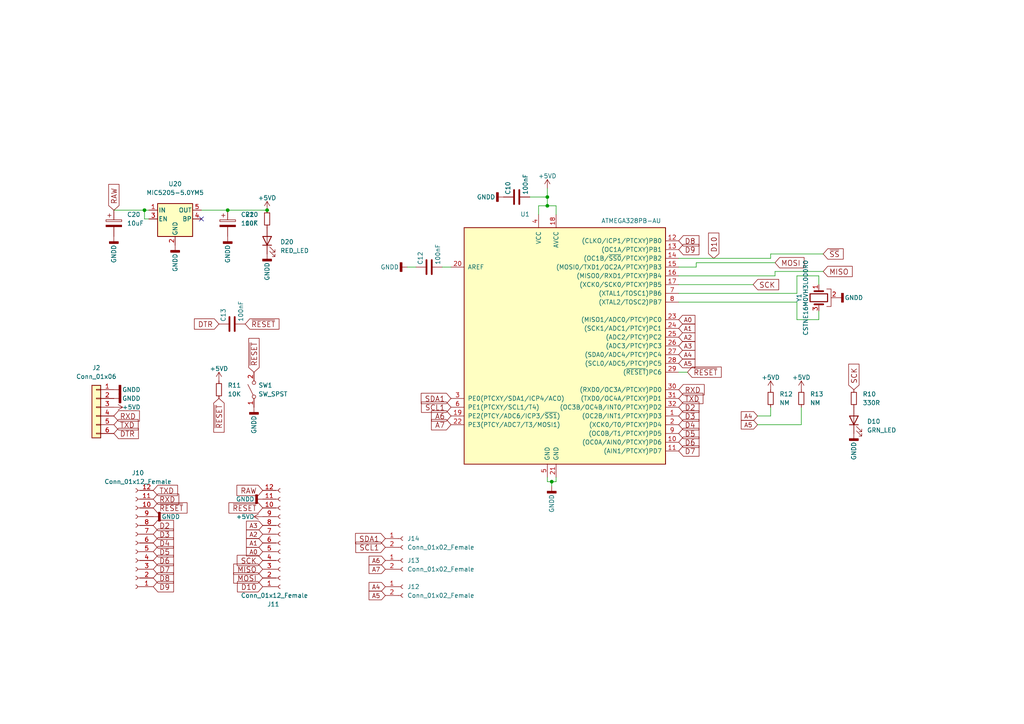
<source format=kicad_sch>
(kicad_sch (version 20211123) (generator eeschema)
  (paper "A4")
  (lib_symbols
    (symbol "Connector:Conn_01x02_Female" (pin_names (offset 1.016) hide)
      (property "Reference" "J" (at 0 2.54 0))
      (property "Value" "Conn_01x02_Female" (at 0 -5.08 0))
      (symbol "Conn_01x02_Female_1_1"
        (arc (start 0 -2.032) (mid -0.508 -2.54) (end 0 -3.048) (stroke (width 0.1524)))
        (polyline (pts (xy -1.27 -2.54) (xy -0.508 -2.54)) (stroke (width 0.1524)))
        (polyline (pts (xy -1.27 0) (xy -0.508 0)) (stroke (width 0.1524)))
        (arc (start 0 0.508) (mid -0.508 0) (end 0 -0.508) (stroke (width 0.1524)))
        (pin passive line (at -5.08 0 0) (length 3.81) (name "Pin_1") (number "1"))
        (pin passive line (at -5.08 -2.54 0) (length 3.81) (name "Pin_2") (number "2"))
      )
    )
    (symbol "Connector:Conn_01x12_Female" (pin_names (offset 1.016) hide)
      (property "Reference" "J" (at 0 15.24 0))
      (property "Value" "Conn_01x12_Female" (at 0 -17.78 0))
      (symbol "Conn_01x12_Female_1_1"
        (arc (start 0 -14.732) (mid -0.508 -15.24) (end 0 -15.748) (stroke (width 0.1524)))
        (arc (start 0 -12.192) (mid -0.508 -12.7) (end 0 -13.208) (stroke (width 0.1524)))
        (arc (start 0 -9.652) (mid -0.508 -10.16) (end 0 -10.668) (stroke (width 0.1524)))
        (arc (start 0 -7.112) (mid -0.508 -7.62) (end 0 -8.128) (stroke (width 0.1524)))
        (arc (start 0 -4.572) (mid -0.508 -5.08) (end 0 -5.588) (stroke (width 0.1524)))
        (arc (start 0 -2.032) (mid -0.508 -2.54) (end 0 -3.048) (stroke (width 0.1524)))
        (polyline (pts (xy -1.27 -15.24) (xy -0.508 -15.24)) (stroke (width 0.1524)))
        (polyline (pts (xy -1.27 -12.7) (xy -0.508 -12.7)) (stroke (width 0.1524)))
        (polyline (pts (xy -1.27 -10.16) (xy -0.508 -10.16)) (stroke (width 0.1524)))
        (polyline (pts (xy -1.27 -7.62) (xy -0.508 -7.62)) (stroke (width 0.1524)))
        (polyline (pts (xy -1.27 -5.08) (xy -0.508 -5.08)) (stroke (width 0.1524)))
        (polyline (pts (xy -1.27 -2.54) (xy -0.508 -2.54)) (stroke (width 0.1524)))
        (polyline (pts (xy -1.27 0) (xy -0.508 0)) (stroke (width 0.1524)))
        (polyline (pts (xy -1.27 2.54) (xy -0.508 2.54)) (stroke (width 0.1524)))
        (polyline (pts (xy -1.27 5.08) (xy -0.508 5.08)) (stroke (width 0.1524)))
        (polyline (pts (xy -1.27 7.62) (xy -0.508 7.62)) (stroke (width 0.1524)))
        (polyline (pts (xy -1.27 10.16) (xy -0.508 10.16)) (stroke (width 0.1524)))
        (polyline (pts (xy -1.27 12.7) (xy -0.508 12.7)) (stroke (width 0.1524)))
        (arc (start 0 0.508) (mid -0.508 0) (end 0 -0.508) (stroke (width 0.1524)))
        (arc (start 0 3.048) (mid -0.508 2.54) (end 0 2.032) (stroke (width 0.1524)))
        (arc (start 0 5.588) (mid -0.508 5.08) (end 0 4.572) (stroke (width 0.1524)))
        (arc (start 0 8.128) (mid -0.508 7.62) (end 0 7.112) (stroke (width 0.1524)))
        (arc (start 0 10.668) (mid -0.508 10.16) (end 0 9.652) (stroke (width 0.1524)))
        (arc (start 0 13.208) (mid -0.508 12.7) (end 0 12.192) (stroke (width 0.1524)))
        (pin passive line (at -5.08 12.7 0) (length 3.81) (name "Pin_1") (number "1"))
        (pin passive line (at -5.08 -10.16 0) (length 3.81) (name "Pin_10") (number "10"))
        (pin passive line (at -5.08 -12.7 0) (length 3.81) (name "Pin_11") (number "11"))
        (pin passive line (at -5.08 -15.24 0) (length 3.81) (name "Pin_12") (number "12"))
        (pin passive line (at -5.08 10.16 0) (length 3.81) (name "Pin_2") (number "2"))
        (pin passive line (at -5.08 7.62 0) (length 3.81) (name "Pin_3") (number "3"))
        (pin passive line (at -5.08 5.08 0) (length 3.81) (name "Pin_4") (number "4"))
        (pin passive line (at -5.08 2.54 0) (length 3.81) (name "Pin_5") (number "5"))
        (pin passive line (at -5.08 0 0) (length 3.81) (name "Pin_6") (number "6"))
        (pin passive line (at -5.08 -2.54 0) (length 3.81) (name "Pin_7") (number "7"))
        (pin passive line (at -5.08 -5.08 0) (length 3.81) (name "Pin_8") (number "8"))
        (pin passive line (at -5.08 -7.62 0) (length 3.81) (name "Pin_9") (number "9"))
      )
    )
    (symbol "Connector_Generic:Conn_01x06" (pin_names (offset 1.016) hide)
      (property "Reference" "J" (at 0 7.62 0))
      (property "Value" "Conn_01x06" (at 0 -10.16 0))
      (symbol "Conn_01x06_1_1"
        (rectangle (start -1.27 -7.493) (end 0 -7.747) (stroke (width 0.1524)))
        (rectangle (start -1.27 -4.953) (end 0 -5.207) (stroke (width 0.1524)))
        (rectangle (start -1.27 -2.413) (end 0 -2.667) (stroke (width 0.1524)))
        (rectangle (start -1.27 0.127) (end 0 -0.127) (stroke (width 0.1524)))
        (rectangle (start -1.27 2.667) (end 0 2.413) (stroke (width 0.1524)))
        (rectangle (start -1.27 5.207) (end 0 4.953) (stroke (width 0.1524)))
        (rectangle (start -1.27 6.35) (end 1.27 -8.89) (stroke (width 0.254)) (fill (type background)))
        (pin passive line (at -5.08 5.08 0) (length 3.81) (name "Pin_1") (number "1"))
        (pin passive line (at -5.08 2.54 0) (length 3.81) (name "Pin_2") (number "2"))
        (pin passive line (at -5.08 0 0) (length 3.81) (name "Pin_3") (number "3"))
        (pin passive line (at -5.08 -2.54 0) (length 3.81) (name "Pin_4") (number "4"))
        (pin passive line (at -5.08 -5.08 0) (length 3.81) (name "Pin_5") (number "5"))
        (pin passive line (at -5.08 -7.62 0) (length 3.81) (name "Pin_6") (number "6"))
      )
    )
    (symbol "Device:C_Polarized" (pin_numbers hide) (pin_names (offset 0.254))
      (property "Reference" "C" (at 0.635 2.54 0))
      (property "Value" "C_Polarized" (at 0.635 -2.54 0))
      (symbol "C_Polarized_0_1"
        (rectangle (start -2.286 0.508) (end 2.286 1.016))
        (polyline (pts (xy -1.778 2.286) (xy -0.762 2.286)))
        (polyline (pts (xy -1.27 2.794) (xy -1.27 1.778)))
        (rectangle (start 2.286 -0.508) (end -2.286 -1.016) (fill (type outline)))
      )
      (symbol "C_Polarized_1_1"
        (pin passive line (at 0 3.81 270) (length 2.794) (name "~") (number "1"))
        (pin passive line (at 0 -3.81 90) (length 2.794) (name "~") (number "2"))
      )
    )
    (symbol "Device:LED" (pin_numbers hide) (pin_names (offset 1.016) hide)
      (property "Reference" "D" (at 0 2.54 0))
      (property "Value" "LED" (at 0 -2.54 0))
      (symbol "LED_0_1"
        (polyline (pts (xy -1.27 -1.27) (xy -1.27 1.27)) (stroke (width 0.254)))
        (polyline (pts (xy -1.27 0) (xy 1.27 0)))
        (polyline (pts (xy 1.27 -1.27) (xy 1.27 1.27) (xy -1.27 0) (xy 1.27 -1.27)) (stroke (width 0.254)))
        (polyline (pts (xy -3.048 -0.762) (xy -4.572 -2.286) (xy -3.81 -2.286) (xy -4.572 -2.286) (xy -4.572 -1.524)))
        (polyline (pts (xy -1.778 -0.762) (xy -3.302 -2.286) (xy -2.54 -2.286) (xy -3.302 -2.286) (xy -3.302 -1.524)))
      )
      (symbol "LED_1_1"
        (pin passive line (at -3.81 0 0) (length 2.54) (name "K") (number "1"))
        (pin passive line (at 3.81 0 180) (length 2.54) (name "A") (number "2"))
      )
    )
    (symbol "Device:R_Small" (pin_numbers hide) (pin_names (offset 0.254) hide)
      (property "Reference" "R" (at 0.762 0.508 0))
      (property "Value" "R_Small" (at 0.762 -1.016 0))
      (symbol "R_Small_0_1"
        (rectangle (start -0.762 1.778) (end 0.762 -1.778) (stroke (width 0.2032)))
      )
      (symbol "R_Small_1_1"
        (pin passive line (at 0 2.54 270) (length 0.762) (name "~") (number "1"))
        (pin passive line (at 0 -2.54 90) (length 0.762) (name "~") (number "2"))
      )
    )
    (symbol "Regulator_Linear:MIC5205-5.0YM5" (pin_names (offset 0.254))
      (property "Reference" "U" (at -3.81 5.715 0))
      (property "Value" "MIC5205-5.0YM5" (at 0 5.715 0))
      (symbol "MIC5205-5.0YM5_0_1"
        (rectangle (start -5.08 4.445) (end 5.08 -5.08) (stroke (width 0.254)) (fill (type background)))
      )
      (symbol "MIC5205-5.0YM5_1_1"
        (pin power_in line (at -7.62 2.54 0) (length 2.54) (name "IN") (number "1"))
        (pin power_in line (at 0 -7.62 90) (length 2.54) (name "GND") (number "2"))
        (pin input line (at -7.62 0 0) (length 2.54) (name "EN") (number "3"))
        (pin input line (at 7.62 0 180) (length 2.54) (name "BP") (number "4"))
        (pin power_out line (at 7.62 2.54 180) (length 2.54) (name "OUT") (number "5"))
      )
    )
    (symbol "Switch:SW_SPST" (pin_names (offset 0) hide)
      (property "Reference" "SW" (at 0 3.175 0))
      (property "Value" "SW_SPST" (at 0 -2.54 0))
      (symbol "SW_SPST_0_0"
        (circle (center -2.032 0) (radius 0.508))
        (polyline (pts (xy -1.524 0.254) (xy 1.524 1.778)))
        (circle (center 2.032 0) (radius 0.508))
      )
      (symbol "SW_SPST_1_1"
        (pin passive line (at -5.08 0 0) (length 2.54) (name "A") (number "1"))
        (pin passive line (at 5.08 0 180) (length 2.54) (name "B") (number "2"))
      )
    )
    (symbol "bkm-129x-scart-vga-rescue:ATMEGA328PB-AU" (pin_names (offset 1.016))
      (property "Reference" "U" (at -10.16 37.465 0))
      (property "Value" "ATMEGA328PB-AU" (at -10.16 35.56 0))
      (symbol "ATMEGA328PB-AU_0_1"
        (rectangle (start -29.21 34.29) (end 29.21 -34.29) (stroke (width 0.254)) (fill (type background)))
      )
      (symbol "ATMEGA328PB-AU_1_1"
        (pin bidirectional line (at 33.02 -20.32 180) (length 3.81) (name "(OC2B/INT1/PTCXY)PD3") (number "1"))
        (pin bidirectional line (at 33.02 -27.94 180) (length 3.81) (name "(OC0A/AIN0/PTCXY)PD6") (number "10"))
        (pin bidirectional line (at 33.02 -30.48 180) (length 3.81) (name "(AIN1/PTCXY)PD7") (number "11"))
        (pin bidirectional line (at 33.02 30.48 180) (length 3.81) (name "(CLKO/ICP1/PTCXY)PB0") (number "12"))
        (pin bidirectional line (at 33.02 27.94 180) (length 3.81) (name "(OC1A/PTCXY)PB1") (number "13"))
        (pin bidirectional line (at 33.02 25.4 180) (length 3.81) (name "(OC1B/~{SS0}/PTCXY)PB2") (number "14"))
        (pin bidirectional line (at 33.02 22.86 180) (length 3.81) (name "(MOSI0/TXD1/OC2A/PTCXY)PB3") (number "15"))
        (pin bidirectional line (at 33.02 20.32 180) (length 3.81) (name "(MISO0/RXD1/PTCXY)PB4") (number "16"))
        (pin bidirectional line (at 33.02 17.78 180) (length 3.81) (name "(XCK0/SCK0/PTCXY)PB5") (number "17"))
        (pin power_in line (at -2.54 38.1 270) (length 3.81) (name "AVCC") (number "18"))
        (pin bidirectional line (at -33.02 -20.32 0) (length 3.81) (name "PE2(PTCY/ADC6/ICP3/~{SS1})") (number "19"))
        (pin bidirectional line (at 33.02 -22.86 180) (length 3.81) (name "(XCK0/T0/PTCXY)PD4") (number "2"))
        (pin bidirectional line (at -33.02 22.86 0) (length 3.81) (name "AREF") (number "20"))
        (pin power_in line (at -2.54 -38.1 90) (length 3.81) (name "GND") (number "21"))
        (pin bidirectional line (at -33.02 -22.86 0) (length 3.81) (name "PE3(PTCY/ADC7/T3/MOSI1)") (number "22"))
        (pin bidirectional line (at 33.02 7.62 180) (length 3.81) (name "(MISO1/ADC0/PTCY)PC0") (number "23"))
        (pin bidirectional line (at 33.02 5.08 180) (length 3.81) (name "(SCK1/ADC1/PTCY)PC1") (number "24"))
        (pin bidirectional line (at 33.02 2.54 180) (length 3.81) (name "(ADC2/PTCY)PC2") (number "25"))
        (pin bidirectional line (at 33.02 0 180) (length 3.81) (name "(ADC3/PTCY)PC3") (number "26"))
        (pin bidirectional line (at 33.02 -2.54 180) (length 3.81) (name "(SDA0/ADC4/PTCY)PC4") (number "27"))
        (pin bidirectional line (at 33.02 -5.08 180) (length 3.81) (name "(SCL0/ADC5/PTCY)PC5") (number "28"))
        (pin bidirectional line (at 33.02 -7.62 180) (length 3.81) (name "(~{RESET})PC6") (number "29"))
        (pin bidirectional line (at -33.02 -15.24 0) (length 3.81) (name "PE0(PTCXY/SDA1/ICP4/ACO)") (number "3"))
        (pin bidirectional line (at 33.02 -12.7 180) (length 3.81) (name "(RXD0/OC3A/PTCXY)PD0") (number "30"))
        (pin bidirectional line (at 33.02 -15.24 180) (length 3.81) (name "(TXD0/OC4A/PTCXY)PD1") (number "31"))
        (pin bidirectional line (at 33.02 -17.78 180) (length 3.81) (name "(OC3B/OC4B/INT0/PTCXY)PD2") (number "32"))
        (pin power_in line (at -7.62 38.1 270) (length 3.81) (name "VCC") (number "4"))
        (pin power_in line (at -5.08 -38.1 90) (length 3.81) (name "GND") (number "5"))
        (pin bidirectional line (at -33.02 -17.78 0) (length 3.81) (name "PE1(PTCXY/SCL1/T4)") (number "6"))
        (pin bidirectional line (at 33.02 15.24 180) (length 3.81) (name "(XTAL1/TOSC1)PB6") (number "7"))
        (pin bidirectional line (at 33.02 12.7 180) (length 3.81) (name "(XTAL2/TOSC2)PB7") (number "8"))
        (pin bidirectional line (at 33.02 -25.4 180) (length 3.81) (name "(OC0B/T1/PTCXY)PD5") (number "9"))
      )
    )
    (symbol "bkm-129x-scart-vga-rescue:C" (pin_numbers hide) (pin_names (offset 0.254))
      (property "Reference" "C" (at 0.635 2.54 0))
      (property "Value" "C" (at 0.635 -2.54 0))
      (symbol "C_0_1"
        (polyline (pts (xy -2.032 -0.762) (xy 2.032 -0.762)) (stroke (width 0.508)))
        (polyline (pts (xy -2.032 0.762) (xy 2.032 0.762)) (stroke (width 0.508)))
      )
      (symbol "C_1_1"
        (pin passive line (at 0 3.81 270) (length 2.794) (name "~") (number "1"))
        (pin passive line (at 0 -3.81 90) (length 2.794) (name "~") (number "2"))
      )
    )
    (symbol "bkm-129x-scart-vga-rescue:Crystal_GND2" (pin_names (offset 1.016) hide)
      (property "Reference" "Y" (at 0 5.715 0))
      (property "Value" "Crystal_GND2" (at 0 3.81 0))
      (symbol "Crystal_GND2_0_1"
        (rectangle (start -1.143 2.54) (end 1.143 -2.54) (stroke (width 0.3048)))
        (polyline (pts (xy -2.54 0) (xy -1.905 0)))
        (polyline (pts (xy -1.905 -1.27) (xy -1.905 1.27)) (stroke (width 0.508)))
        (polyline (pts (xy 0 -3.81) (xy 0 -3.556)))
        (polyline (pts (xy 1.905 0) (xy 2.54 0)))
        (polyline (pts (xy 1.905 1.27) (xy 1.905 -1.27)) (stroke (width 0.508)))
        (polyline (pts (xy -2.54 -2.286) (xy -2.54 -3.556) (xy 2.54 -3.556) (xy 2.54 -2.286)))
      )
      (symbol "Crystal_GND2_1_1"
        (pin passive line (at -3.81 0 0) (length 1.27) (name "1") (number "1"))
        (pin passive line (at 0 -5.08 90) (length 1.27) (name "2") (number "2"))
        (pin passive line (at 3.81 0 180) (length 1.27) (name "3") (number "3"))
      )
    )
    (symbol "power:+5VD" (power) (pin_names (offset 0))
      (property "Value" "+5VD" (at 0 3.556 0))
      (symbol "+5VD_0_1"
        (polyline (pts (xy -0.762 1.27) (xy 0 2.54)))
        (polyline (pts (xy 0 0) (xy 0 2.54)))
        (polyline (pts (xy 0 2.54) (xy 0.762 1.27)))
      )
      (symbol "+5VD_1_1"
        (pin power_in line (at 0 0 90) (length 0) hide (name "+5VD") (number "1"))
      )
    )
    (symbol "power:GNDD" (power) (pin_names (offset 0))
      (property "Value" "GNDD" (at 0 -3.175 0))
      (symbol "GNDD_0_1"
        (rectangle (start -1.27 -1.524) (end 1.27 -2.032) (stroke (width 0.254)) (fill (type outline)))
        (polyline (pts (xy 0 0) (xy 0 -1.524)))
      )
      (symbol "GNDD_1_1"
        (pin power_in line (at 0 0 270) (length 0) hide (name "GNDD") (number "1"))
      )
    )
  )
  (junction (at 41.91 60.96))
  (junction (at 158.75 59.69))
  (junction (at 66.04 60.96))
  (junction (at 158.75 57.15))
  (junction (at 77.47 60.96))
  (junction (at 160.02 139.7))
  (no_connect (at 58.42 63.5))
  (wire (pts (xy 161.29 139.7) (xy 161.29 138.43)))
  (wire (pts (xy 158.75 138.43) (xy 158.75 139.7)))
  (wire (pts (xy 223.52 74.93) (xy 223.52 73.66)))
  (wire (pts (xy 231.14 92.71) (xy 237.49 92.71)))
  (wire (pts (xy 156.21 59.69) (xy 158.75 59.69)))
  (wire (pts (xy 196.85 107.95) (xy 199.39 107.95)))
  (wire (pts (xy 237.49 80.01) (xy 237.49 82.55)))
  (wire (pts (xy 196.85 82.55) (xy 218.44 82.55)))
  (wire (pts (xy 223.52 120.65) (xy 223.52 118.11)))
  (wire (pts (xy 231.14 80.01) (xy 237.49 80.01)))
  (wire (pts (xy 201.93 76.2) (xy 224.79 76.2)))
  (wire (pts (xy 158.75 57.15) (xy 158.75 59.69)))
  (wire (pts (xy 196.85 85.09) (xy 231.14 85.09)))
  (wire (pts (xy 153.67 57.15) (xy 158.75 57.15)))
  (wire (pts (xy 224.79 78.74) (xy 238.76 78.74)))
  (wire (pts (xy 223.52 73.66) (xy 238.76 73.66)))
  (wire (pts (xy 231.14 87.63) (xy 231.14 92.71)))
  (wire (pts (xy 224.79 80.01) (xy 224.79 78.74)))
  (wire (pts (xy 201.93 77.47) (xy 201.93 76.2)))
  (wire (pts (xy 43.18 60.96) (xy 41.91 60.96)))
  (wire (pts (xy 196.85 77.47) (xy 201.93 77.47)))
  (wire (pts (xy 33.02 60.96) (xy 41.91 60.96)))
  (wire (pts (xy 58.42 60.96) (xy 66.04 60.96)))
  (wire (pts (xy 158.75 54.61) (xy 158.75 57.15)))
  (wire (pts (xy 158.75 139.7) (xy 160.02 139.7)))
  (wire (pts (xy 196.85 87.63) (xy 231.14 87.63)))
  (wire (pts (xy 41.91 60.96) (xy 41.91 63.5)))
  (wire (pts (xy 237.49 92.71) (xy 237.49 90.17)))
  (wire (pts (xy 156.21 62.23) (xy 156.21 59.69)))
  (wire (pts (xy 196.85 80.01) (xy 224.79 80.01)))
  (wire (pts (xy 196.85 74.93) (xy 223.52 74.93)))
  (wire (pts (xy 231.14 85.09) (xy 231.14 80.01)))
  (wire (pts (xy 160.02 139.7) (xy 160.02 140.97)))
  (wire (pts (xy 158.75 59.69) (xy 161.29 59.69)))
  (wire (pts (xy 160.02 139.7) (xy 161.29 139.7)))
  (wire (pts (xy 66.04 60.96) (xy 77.47 60.96)))
  (wire (pts (xy 128.27 77.47) (xy 130.81 77.47)))
  (wire (pts (xy 219.71 120.65) (xy 223.52 120.65)))
  (wire (pts (xy 161.29 59.69) (xy 161.29 62.23)))
  (wire (pts (xy 232.41 123.19) (xy 232.41 118.11)))
  (wire (pts (xy 118.11 77.47) (xy 120.65 77.47)))
  (wire (pts (xy 219.71 123.19) (xy 232.41 123.19)))
  (wire (pts (xy 41.91 63.5) (xy 43.18 63.5)))
  (global_label "SDA1" (shape input) (at 111.76 156.21 180) (effects (font (size 1.524 1.524))) (property "Intersheet References" "${INTERSHEET_REFS}" (effects hide)))
  (global_label "A4" (shape input) (at 196.85 102.87 0) (property "Intersheet References" "${INTERSHEET_REFS}" (effects hide)))
  (global_label "A7" (shape input) (at 111.76 165.1 180) (property "Intersheet References" "${INTERSHEET_REFS}" (effects hide)))
  (global_label "D9" (shape input) (at 196.85 72.39 0) (effects (font (size 1.524 1.524))) (property "Intersheet References" "${INTERSHEET_REFS}" (effects hide)))
  (global_label "D2" (shape input) (at 196.85 118.11 0) (effects (font (size 1.524 1.524))) (property "Intersheet References" "${INTERSHEET_REFS}" (effects hide)))
  (global_label "A4" (shape input) (at 111.76 170.18 180) (property "Intersheet References" "${INTERSHEET_REFS}" (effects hide)))
  (global_label "D4" (shape input) (at 44.45 157.48 0) (effects (font (size 1.524 1.524))) (property "Intersheet References" "${INTERSHEET_REFS}" (effects hide)))
  (global_label "A5" (shape input) (at 111.76 172.72 180) (property "Intersheet References" "${INTERSHEET_REFS}" (effects hide)))
  (global_label "SCK" (shape input) (at 76.2 162.56 180) (effects (font (size 1.524 1.524))) (property "Intersheet References" "${INTERSHEET_REFS}" (effects hide)))
  (global_label "A0" (shape input) (at 196.85 92.71 0) (property "Intersheet References" "${INTERSHEET_REFS}" (effects hide)))
  (global_label "A5" (shape input) (at 196.85 105.41 0) (property "Intersheet References" "${INTERSHEET_REFS}" (effects hide)))
  (global_label "A2" (shape input) (at 196.85 97.79 0) (property "Intersheet References" "${INTERSHEET_REFS}" (effects hide)))
  (global_label "MISO" (shape input) (at 76.2 165.1 180) (effects (font (size 1.524 1.524))) (property "Intersheet References" "${INTERSHEET_REFS}" (effects hide)))
  (global_label "A5" (shape input) (at 219.71 123.19 180) (property "Intersheet References" "${INTERSHEET_REFS}" (effects hide)))
  (global_label "~{RESET}" (shape input) (at 76.2 147.32 180) (effects (font (size 1.524 1.524))) (property "Intersheet References" "${INTERSHEET_REFS}" (effects hide)))
  (global_label "RAW" (shape input) (at 76.2 142.24 180) (effects (font (size 1.524 1.524))) (property "Intersheet References" "${INTERSHEET_REFS}" (effects hide)))
  (global_label "A1" (shape input) (at 76.2 157.48 180) (property "Intersheet References" "${INTERSHEET_REFS}" (effects hide)))
  (global_label "SCL1" (shape input) (at 130.81 118.11 180) (effects (font (size 1.524 1.524))) (property "Intersheet References" "${INTERSHEET_REFS}" (effects hide)))
  (global_label "~{RESET}" (shape input) (at 73.66 107.95 90) (effects (font (size 1.524 1.524))) (property "Intersheet References" "${INTERSHEET_REFS}" (effects hide)))
  (global_label "~{RESET}" (shape input) (at 71.12 93.98 0) (effects (font (size 1.524 1.524))) (property "Intersheet References" "${INTERSHEET_REFS}" (effects hide)))
  (global_label "DTR" (shape input) (at 63.5 93.98 180) (effects (font (size 1.524 1.524))) (property "Intersheet References" "${INTERSHEET_REFS}" (effects hide)))
  (global_label "D5" (shape input) (at 44.45 160.02 0) (effects (font (size 1.524 1.524))) (property "Intersheet References" "${INTERSHEET_REFS}" (effects hide)))
  (global_label "SCK" (shape input) (at 218.44 82.55 0) (effects (font (size 1.524 1.524))) (property "Intersheet References" "${INTERSHEET_REFS}" (effects hide)))
  (global_label "MOSI" (shape input) (at 76.2 167.64 180) (effects (font (size 1.524 1.524))) (property "Intersheet References" "${INTERSHEET_REFS}" (effects hide)))
  (global_label "SCL1" (shape input) (at 111.76 158.75 180) (effects (font (size 1.524 1.524))) (property "Intersheet References" "${INTERSHEET_REFS}" (effects hide)))
  (global_label "D8" (shape input) (at 44.45 167.64 0) (effects (font (size 1.524 1.524))) (property "Intersheet References" "${INTERSHEET_REFS}" (effects hide)))
  (global_label "D7" (shape input) (at 44.45 165.1 0) (effects (font (size 1.524 1.524))) (property "Intersheet References" "${INTERSHEET_REFS}" (effects hide)))
  (global_label "~{SS}" (shape input) (at 238.76 73.66 0) (effects (font (size 1.524 1.524))) (property "Intersheet References" "${INTERSHEET_REFS}" (effects hide)))
  (global_label "TXD" (shape input) (at 196.85 115.57 0) (effects (font (size 1.524 1.524))) (property "Intersheet References" "${INTERSHEET_REFS}" (effects hide)))
  (global_label "A3" (shape input) (at 76.2 152.4 180) (property "Intersheet References" "${INTERSHEET_REFS}" (effects hide)))
  (global_label "A3" (shape input) (at 196.85 100.33 0) (property "Intersheet References" "${INTERSHEET_REFS}" (effects hide)))
  (global_label "D9" (shape input) (at 44.45 170.18 0) (effects (font (size 1.524 1.524))) (property "Intersheet References" "${INTERSHEET_REFS}" (effects hide)))
  (global_label "D7" (shape input) (at 196.85 130.81 0) (effects (font (size 1.524 1.524))) (property "Intersheet References" "${INTERSHEET_REFS}" (effects hide)))
  (global_label "~{RESET}" (shape input) (at 44.45 147.32 0) (effects (font (size 1.524 1.524))) (property "Intersheet References" "${INTERSHEET_REFS}" (effects hide)))
  (global_label "DTR" (shape input) (at 33.02 125.73 0) (effects (font (size 1.524 1.524))) (property "Intersheet References" "${INTERSHEET_REFS}" (effects hide)))
  (global_label "RXD" (shape input) (at 33.02 120.65 0) (effects (font (size 1.524 1.524))) (property "Intersheet References" "${INTERSHEET_REFS}" (effects hide)))
  (global_label "D4" (shape input) (at 196.85 123.19 0) (effects (font (size 1.524 1.524))) (property "Intersheet References" "${INTERSHEET_REFS}" (effects hide)))
  (global_label "A6" (shape input) (at 130.81 120.65 180) (effects (font (size 1.524 1.524))) (property "Intersheet References" "${INTERSHEET_REFS}" (effects hide)))
  (global_label "D6" (shape input) (at 44.45 162.56 0) (effects (font (size 1.524 1.524))) (property "Intersheet References" "${INTERSHEET_REFS}" (effects hide)))
  (global_label "A4" (shape input) (at 219.71 120.65 180) (property "Intersheet References" "${INTERSHEET_REFS}" (effects hide)))
  (global_label "A6" (shape input) (at 111.76 162.56 180) (property "Intersheet References" "${INTERSHEET_REFS}" (effects hide)))
  (global_label "D2" (shape input) (at 44.45 152.4 0) (effects (font (size 1.524 1.524))) (property "Intersheet References" "${INTERSHEET_REFS}" (effects hide)))
  (global_label "A7" (shape input) (at 130.81 123.19 180) (effects (font (size 1.524 1.524))) (property "Intersheet References" "${INTERSHEET_REFS}" (effects hide)))
  (global_label "TXD" (shape input) (at 44.45 142.24 0) (effects (font (size 1.524 1.524))) (property "Intersheet References" "${INTERSHEET_REFS}" (effects hide)))
  (global_label "~{RESET}" (shape input) (at 63.5 115.57 270) (effects (font (size 1.524 1.524))) (property "Intersheet References" "${INTERSHEET_REFS}" (effects hide)))
  (global_label "D10" (shape input) (at 207.01 74.93 90) (effects (font (size 1.524 1.524))) (property "Intersheet References" "${INTERSHEET_REFS}" (effects hide)))
  (global_label "D5" (shape input) (at 196.85 125.73 0) (effects (font (size 1.524 1.524))) (property "Intersheet References" "${INTERSHEET_REFS}" (effects hide)))
  (global_label "TXD" (shape input) (at 33.02 123.19 0) (effects (font (size 1.524 1.524))) (property "Intersheet References" "${INTERSHEET_REFS}" (effects hide)))
  (global_label "D6" (shape input) (at 196.85 128.27 0) (effects (font (size 1.524 1.524))) (property "Intersheet References" "${INTERSHEET_REFS}" (effects hide)))
  (global_label "A2" (shape input) (at 76.2 154.94 180) (property "Intersheet References" "${INTERSHEET_REFS}" (effects hide)))
  (global_label "MISO" (shape input) (at 238.76 78.74 0) (effects (font (size 1.524 1.524))) (property "Intersheet References" "${INTERSHEET_REFS}" (effects hide)))
  (global_label "D10" (shape input) (at 76.2 170.18 180) (effects (font (size 1.524 1.524))) (property "Intersheet References" "${INTERSHEET_REFS}" (effects hide)))
  (global_label "A0" (shape input) (at 76.2 160.02 180) (property "Intersheet References" "${INTERSHEET_REFS}" (effects hide)))
  (global_label "A1" (shape input) (at 196.85 95.25 0) (property "Intersheet References" "${INTERSHEET_REFS}" (effects hide)))
  (global_label "RXD" (shape input) (at 196.85 113.03 0) (effects (font (size 1.524 1.524))) (property "Intersheet References" "${INTERSHEET_REFS}" (effects hide)))
  (global_label "MOSI" (shape input) (at 224.79 76.2 0) (effects (font (size 1.524 1.524))) (property "Intersheet References" "${INTERSHEET_REFS}" (effects hide)))
  (global_label "RXD" (shape input) (at 44.45 144.78 0) (effects (font (size 1.524 1.524))) (property "Intersheet References" "${INTERSHEET_REFS}" (effects hide)))
  (global_label "D3" (shape input) (at 196.85 120.65 0) (effects (font (size 1.524 1.524))) (property "Intersheet References" "${INTERSHEET_REFS}" (effects hide)))
  (global_label "SDA1" (shape input) (at 130.81 115.57 180) (effects (font (size 1.524 1.524))) (property "Intersheet References" "${INTERSHEET_REFS}" (effects hide)))
  (global_label "~{RESET}" (shape input) (at 199.39 107.95 0) (effects (font (size 1.524 1.524))) (property "Intersheet References" "${INTERSHEET_REFS}" (effects hide)))
  (global_label "D8" (shape input) (at 196.85 69.85 0) (effects (font (size 1.524 1.524))) (property "Intersheet References" "${INTERSHEET_REFS}" (effects hide)))
  (global_label "RAW" (shape input) (at 33.02 60.96 90) (effects (font (size 1.524 1.524))) (property "Intersheet References" "${INTERSHEET_REFS}" (effects hide)))
  (global_label "SCK" (shape input) (at 247.65 113.03 90) (effects (font (size 1.524 1.524))) (property "Intersheet References" "${INTERSHEET_REFS}" (effects hide)))
  (global_label "D3" (shape input) (at 44.45 154.94 0) (effects (font (size 1.524 1.524))) (property "Intersheet References" "${INTERSHEET_REFS}" (effects hide)))
  (symbol (lib_id "Device:R_Small") (at 63.5 113.03 180) (unit 1)
    (property "Reference" "R11" (at 66.04 111.7599 0) (effects (justify right)))
    (property "Value" "10K" (at 66.04 114.2999 0) (effects (justify right)))
    (property "Footprint" "Resistor_SMD:R_0603_1608Metric" (effects hide))
  )
  (symbol (lib_id "power:GNDD") (at 66.04 68.58 0) (unit 1)
    (property "Reference" "#PWR0106" (effects hide))
    (property "Value" "GNDD" (at 66.04 73.66 90))
  )
  (symbol (lib_id "Device:C_Polarized") (at 33.02 64.77 0) (unit 1)
    (property "Reference" "C20" (at 36.83 62.23 0) (effects (justify left)))
    (property "Value" "10uF" (at 36.83 64.77 0) (effects (justify left)))
    (property "Footprint" "Capacitor_Tantalum_SMD:CP_EIA-3216-18_Kemet-A" (effects hide))
  )
  (symbol (lib_id "power:+5VD") (at 63.5 110.49 0) (unit 1)
    (property "Reference" "#PWR0103" (effects hide))
    (property "Value" "+5VD" (at 63.5 106.934 0))
  )
  (symbol (lib_id "power:GNDD") (at 33.02 113.03 90) (unit 1)
    (property "Reference" "#PWR0122" (effects hide))
    (property "Value" "GNDD" (at 38.1 113.03 90))
  )
  (symbol (lib_id "bkm-129x-scart-vga-rescue:Crystal_GND2") (at 237.49 86.36 90) (mirror x) (unit 1)
    (property "Reference" "Y1" (at 231.775 86.36 0))
    (property "Value" "CSTNE16M0VH3L000R0" (at 233.68 86.36 0))
    (property "Footprint" "Crystal:Resonator_SMD_Murata_CSTxExxV-3Pin_3.0x1.1mm" (effects hide))
  )
  (symbol (lib_id "Connector_Generic:Conn_01x06") (at 27.94 118.11 0) (mirror y) (unit 1)
    (property "Reference" "J2" (at 27.94 106.68 0))
    (property "Value" "Conn_01x06" (at 27.94 109.22 0))
    (property "Footprint" "Connector_PinHeader_2.54mm:PinHeader_1x06_P2.54mm_Horizontal" (effects hide))
  )
  (symbol (lib_id "power:+5VD") (at 158.75 54.61 0) (unit 1)
    (property "Reference" "#PWR0109" (effects hide))
    (property "Value" "+5VD" (at 158.75 51.054 0))
  )
  (symbol (lib_id "power:GNDD") (at 77.47 73.66 0) (unit 1)
    (property "Reference" "#PWR0101" (effects hide))
    (property "Value" "GNDD" (at 77.47 78.74 90))
  )
  (symbol (lib_id "Connector:Conn_01x02_Female") (at 116.84 156.21 0) (unit 1)
    (property "Reference" "J14" (at 118.11 156.2099 0) (effects (justify left)))
    (property "Value" "Conn_01x02_Female" (at 118.11 158.7499 0) (effects (justify left)))
    (property "Footprint" "Connector_PinHeader_2.54mm:PinHeader_1x02_P2.54mm_Vertical" (effects hide))
  )
  (symbol (lib_id "power:+5VD") (at 223.52 113.03 0) (unit 1)
    (property "Reference" "#PWR0115" (effects hide))
    (property "Value" "+5VD" (at 223.52 109.474 0))
  )
  (symbol (lib_id "power:GNDD") (at 50.8 71.12 0) (unit 1)
    (property "Reference" "#PWR0104" (effects hide))
    (property "Value" "GNDD" (at 50.8 76.2 90))
  )
  (symbol (lib_id "power:GNDD") (at 33.02 115.57 90) (unit 1)
    (property "Reference" "#PWR0121" (effects hide))
    (property "Value" "GNDD" (at 38.1 115.57 90))
  )
  (symbol (lib_id "power:GNDD") (at 44.45 149.86 90) (unit 1)
    (property "Reference" "#PWR0120" (effects hide))
    (property "Value" "GNDD" (at 49.53 149.86 90))
  )
  (symbol (lib_id "power:+5VD") (at 77.47 60.96 0) (unit 1)
    (property "Reference" "#PWR0102" (effects hide))
    (property "Value" "+5VD" (at 77.47 57.404 0))
  )
  (symbol (lib_id "power:GNDD") (at 247.65 125.73 0) (unit 1)
    (property "Reference" "#PWR0113" (effects hide))
    (property "Value" "GNDD" (at 247.65 130.81 90))
  )
  (symbol (lib_id "power:GNDD") (at 33.02 68.58 0) (unit 1)
    (property "Reference" "#PWR0105" (effects hide))
    (property "Value" "GNDD" (at 33.02 73.66 90))
  )
  (symbol (lib_id "power:+5VD") (at 76.2 149.86 90) (unit 1)
    (property "Reference" "#PWR0118" (effects hide))
    (property "Value" "+5VD" (at 71.12 149.86 90))
  )
  (symbol (lib_id "Device:R_Small") (at 223.52 115.57 180) (unit 1)
    (property "Reference" "R12" (at 226.06 114.2999 0) (effects (justify right)))
    (property "Value" "NM" (at 226.06 116.8399 0) (effects (justify right)))
    (property "Footprint" "Resistor_SMD:R_0603_1608Metric" (effects hide))
  )
  (symbol (lib_id "Device:C_Polarized") (at 66.04 64.77 0) (unit 1)
    (property "Reference" "C21" (at 69.85 62.23 0) (effects (justify left)))
    (property "Value" "10uF" (at 69.85 64.77 0) (effects (justify left)))
    (property "Footprint" "Capacitor_Tantalum_SMD:CP_EIA-3216-18_Kemet-A" (effects hide))
  )
  (symbol (lib_id "bkm-129x-scart-vga-rescue:C") (at 67.31 93.98 90) (unit 1)
    (property "Reference" "C13" (at 64.77 93.345 0) (effects (justify left)))
    (property "Value" "100nF" (at 69.85 93.345 0) (effects (justify left)))
    (property "Footprint" "Capacitor_SMD:C_0603_1608Metric" (effects hide))
  )
  (symbol (lib_id "power:GNDD") (at 242.57 86.36 90) (unit 1)
    (property "Reference" "#PWR0110" (effects hide))
    (property "Value" "GNDD" (at 247.65 86.36 90))
  )
  (symbol (lib_id "power:GNDD") (at 146.05 57.15 270) (unit 1)
    (property "Reference" "#PWR0107" (effects hide))
    (property "Value" "GNDD" (at 140.97 57.15 90))
  )
  (symbol (lib_id "Switch:SW_SPST") (at 73.66 113.03 90) (unit 1)
    (property "Reference" "SW1" (at 74.93 111.7599 90) (effects (justify right)))
    (property "Value" "SW_SPST" (at 74.93 114.2999 90) (effects (justify right)))
    (property "Footprint" "Button_Switch_SMD:SW_Tactile_SPST_NO_Straight_CK_PTS636Sx25SMTRLFS" (effects hide))
  )
  (symbol (lib_id "bkm-129x-scart-vga-rescue:C") (at 124.46 77.47 90) (unit 1)
    (property "Reference" "C12" (at 121.92 76.835 0) (effects (justify left)))
    (property "Value" "100nF" (at 127 76.835 0) (effects (justify left)))
    (property "Footprint" "Capacitor_SMD:C_0603_1608Metric" (effects hide))
  )
  (symbol (lib_id "Device:R_Small") (at 232.41 115.57 180) (unit 1)
    (property "Reference" "R13" (at 234.95 114.2999 0) (effects (justify right)))
    (property "Value" "NM" (at 234.95 116.8399 0) (effects (justify right)))
    (property "Footprint" "Resistor_SMD:R_0603_1608Metric" (effects hide))
  )
  (symbol (lib_id "bkm-129x-scart-vga-rescue:C") (at 149.86 57.15 90) (unit 1)
    (property "Reference" "C10" (at 147.32 56.515 0) (effects (justify left)))
    (property "Value" "100nF" (at 152.4 56.515 0) (effects (justify left)))
    (property "Footprint" "Capacitor_SMD:C_0603_1608Metric" (effects hide))
  )
  (symbol (lib_id "power:+5VD") (at 33.02 118.11 270) (unit 1)
    (property "Reference" "#PWR0123" (effects hide))
    (property "Value" "+5VD" (at 38.1 118.11 90))
  )
  (symbol (lib_id "Regulator_Linear:MIC5205-5.0YM5") (at 50.8 63.5 0) (unit 1)
    (property "Reference" "U20" (at 50.8 53.34 0))
    (property "Value" "MIC5205-5.0YM5" (at 50.8 55.88 0))
    (property "Footprint" "Package_TO_SOT_SMD:SOT-23-5" (effects hide))
    (property "Datasheet" "http://ww1.microchip.com/downloads/en/DeviceDoc/20005785A.pdf" (effects hide))
  )
  (symbol (lib_id "Connector:Conn_01x12_Female") (at 39.37 157.48 180) (unit 1)
    (property "Reference" "J10" (at 40.005 137.16 0))
    (property "Value" "Conn_01x12_Female" (at 40.005 139.7 0))
    (property "Footprint" "Connector_PinHeader_2.54mm:PinHeader_1x12_P2.54mm_Vertical" (effects hide))
  )
  (symbol (lib_id "power:GNDD") (at 118.11 77.47 270) (unit 1)
    (property "Reference" "#PWR0108" (effects hide))
    (property "Value" "GNDD" (at 113.03 77.47 90))
  )
  (symbol (lib_id "Device:LED") (at 77.47 69.85 90) (unit 1)
    (property "Reference" "D20" (at 81.28 70.1674 90) (effects (justify right)))
    (property "Value" "RED_LED" (at 81.28 72.7074 90) (effects (justify right)))
    (property "Footprint" "LED_SMD:LED_0603_1608Metric" (effects hide))
  )
  (symbol (lib_id "power:+5VD") (at 232.41 113.03 0) (unit 1)
    (property "Reference" "#PWR0114" (effects hide))
    (property "Value" "+5VD" (at 232.41 109.474 0))
  )
  (symbol (lib_id "bkm-129x-scart-vga-rescue:ATMEGA328PB-AU") (at 163.83 100.33 0) (unit 1)
    (property "Reference" "U1" (at 153.67 62.865 0) (effects (justify right bottom)))
    (property "Value" "ATMEGA328PB-AU" (at 191.77 64.77 0) (effects (justify right bottom)))
    (property "Footprint" "Package_QFP:TQFP-32_7x7mm_P0.8mm" (effects hide))
  )
  (symbol (lib_id "Device:LED") (at 247.65 121.92 90) (unit 1)
    (property "Reference" "D10" (at 251.46 122.2374 90) (effects (justify right)))
    (property "Value" "GRN_LED" (at 251.46 124.7774 90) (effects (justify right)))
    (property "Footprint" "LED_SMD:LED_0603_1608Metric" (effects hide))
  )
  (symbol (lib_id "Device:R_Small") (at 247.65 115.57 180) (unit 1)
    (property "Reference" "R10" (at 250.19 114.2999 0) (effects (justify right)))
    (property "Value" "330R" (at 250.19 116.8399 0) (effects (justify right)))
    (property "Footprint" "Resistor_SMD:R_0603_1608Metric" (effects hide))
  )
  (symbol (lib_id "Device:R_Small") (at 77.47 63.5 0) (mirror x) (unit 1)
    (property "Reference" "R20" (at 74.93 62.2299 0) (effects (justify right)))
    (property "Value" "10K" (at 74.93 64.7699 0) (effects (justify right)))
    (property "Footprint" "Resistor_SMD:R_0603_1608Metric" (effects hide))
  )
  (symbol (lib_id "power:GNDD") (at 76.2 144.78 270) (unit 1)
    (property "Reference" "#PWR0117" (effects hide))
    (property "Value" "GNDD" (at 71.12 144.78 90))
  )
  (symbol (lib_id "power:GNDD") (at 160.02 140.97 0) (unit 1)
    (property "Reference" "#PWR0116" (effects hide))
    (property "Value" "GNDD" (at 160.02 146.05 90))
  )
  (symbol (lib_id "Connector:Conn_01x02_Female") (at 116.84 170.18 0) (unit 1)
    (property "Reference" "J12" (at 118.11 170.1799 0) (effects (justify left)))
    (property "Value" "Conn_01x02_Female" (at 118.11 172.7199 0) (effects (justify left)))
    (property "Footprint" "Connector_PinHeader_2.54mm:PinHeader_1x02_P2.54mm_Vertical" (effects hide))
  )
  (symbol (lib_id "Connector:Conn_01x12_Female") (at 81.28 157.48 0) (mirror x) (unit 1)
    (property "Reference" "J11" (at 77.47 175.26 0) (effects (justify left)))
    (property "Value" "Conn_01x12_Female" (at 69.85 172.72 0) (effects (justify left)))
    (property "Footprint" "Connector_PinHeader_2.54mm:PinHeader_1x12_P2.54mm_Vertical" (effects hide))
  )
  (symbol (lib_id "Connector:Conn_01x02_Female") (at 116.84 162.56 0) (unit 1)
    (property "Reference" "J13" (at 118.11 162.5599 0) (effects (justify left)))
    (property "Value" "Conn_01x02_Female" (at 118.11 165.0999 0) (effects (justify left)))
    (property "Footprint" "Connector_PinHeader_2.54mm:PinHeader_1x02_P2.54mm_Vertical" (effects hide))
  )
  (symbol (lib_id "power:GNDD") (at 73.66 118.11 0) (unit 1)
    (property "Reference" "#PWR0119" (effects hide))
    (property "Value" "GNDD" (at 73.66 123.19 90))
  )
)
</source>
